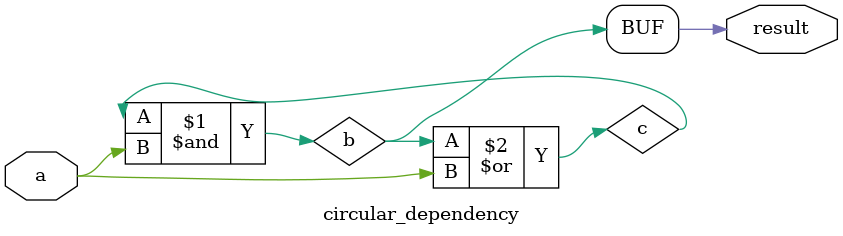
<source format=sv>
module circular_dependency (
  input  logic a,
  output logic result
);
  
  logic b, c;
  
  // ERROR: Combinational loop (circular dependency)
  assign b = c & a;     // b depends on c
  assign c = b | a;     // c depends on b
  
  // This creates a circular dependency: b -> c -> b
  
  assign result = b;
  
endmodule


</source>
